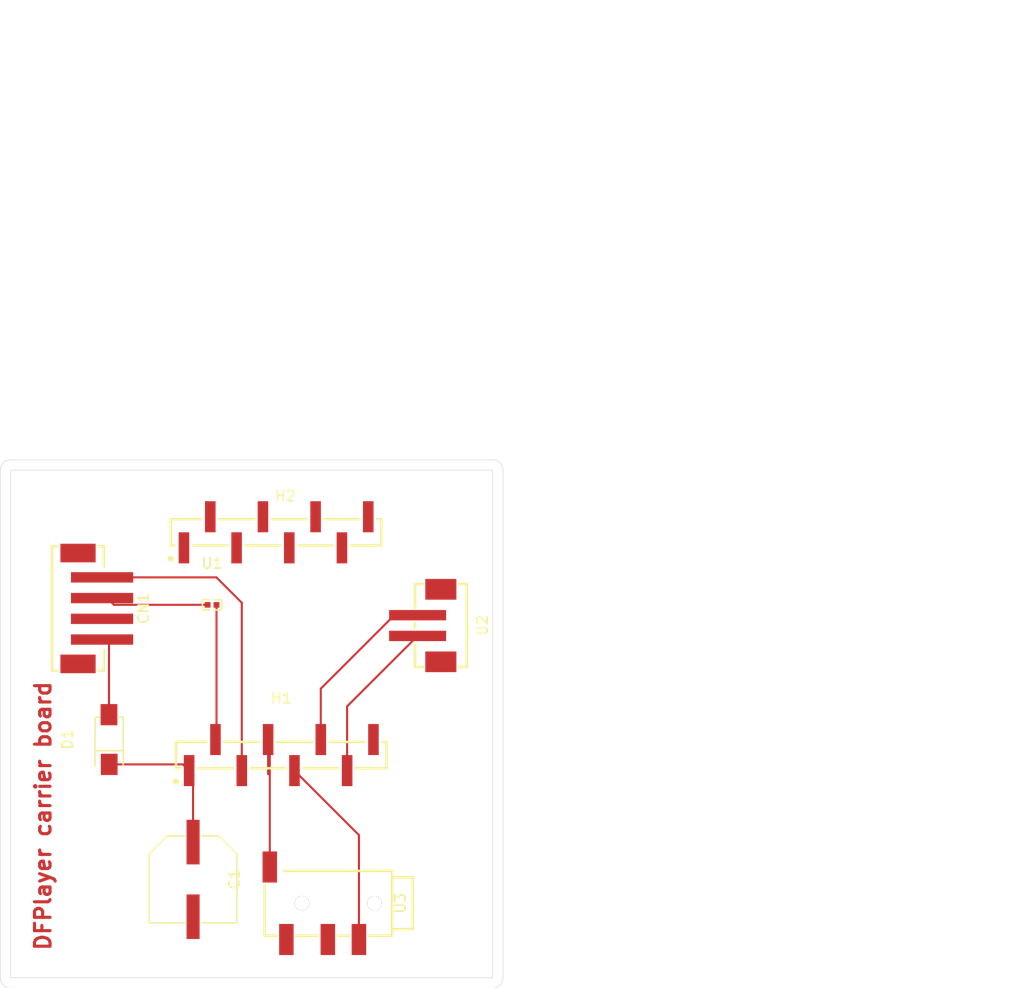
<source format=kicad_pcb>
(kicad_pcb (version 20241229) (generator "pcbnew") (generator_version "9.0")
  (layers (0 "F.Cu" signal) (2 "B.Cu" signal) (13 "F.Paste" user) (15 "B.Paste" user) (5 "F.SilkS" user "F.Silkscreen") (7 "B.SilkS" user "B.Silkscreen") (1 "F.Mask" user) (3 "B.Mask" user) (25 "Edge.Cuts" user))
  (net 0 "")
  (net 1 "footprint-_4-0")
  (net 2 "df_header_right-_5")
  (net 3 "footprint-_6")
  (net 4 "df_header_right-_4")
  (net 5 "df_header_right-_2")
  (net 6 "footprint-_3-1")
  (net 7 "footprint-_5")
  (net 8 "df_header_right-_3")
  (net 9 "df_header_right-_1")
  (net 10 "df_header_left-_2-2")
  (net 11 "gnd")
  (net 12 "df_header_left-_1-1")
  (net 13 "v_in_5v")
  (net 14 "footprint-_4-1")
  (net 15 "df_header_left-_2-1")
  (net 16 "v_dfplayer")
  (net 17 "df_header_left-_3")
  (net 18 "_7")
  (net 19 "df_header_left-_1-0")
  (net 20 "df_header_right-_6")
  (net 21 "net")
  (net 22 "df_header_left-_2-0")
  (net 23 "footprint-_3-0")
  (footprint "hanxia_HX_PM2_54_1x8P_TP_H8_5_ZQ:HDR-SMD_8P-P2.54-V-F-LS4.7" (layer "F.Cu") (at 152.61 81)
    (property "Reference" "H2" (at 0.89 -3.5 0) (layer "F.SilkS"))
    (property "Value" "")
    (fp_line (start -10.16 -1.27) (end -7.22 -1.27) (stroke (width 0.25)) (layer "F.SilkS"))
    (fp_line (start -10.16 1.27) (end -10.16 -1.27) (stroke (width 0.25)) (layer "F.SilkS"))
    (fp_line (start -9.75 1.27) (end -10.16 1.27) (stroke (width 0.25)) (layer "F.SilkS"))
    (fp_line (start -5.49 -1.27) (end -2.13 -1.27) (stroke (width 0.25)) (layer "F.SilkS"))
    (fp_line (start -4.67 1.27) (end -8.02 1.27) (stroke (width 0.25)) (layer "F.SilkS"))
    (fp_line (start -0.4 -1.27) (end 2.95 -1.27) (stroke (width 0.25)) (layer "F.SilkS"))
    (fp_line (start 0.4 1.27) (end -2.95 1.27) (stroke (width 0.25)) (layer "F.SilkS"))
    (fp_line (start 4.67 -1.27) (end 8.02 -1.27) (stroke (width 0.25)) (layer "F.SilkS"))
    (fp_line (start 5.49 1.27) (end 2.13 1.27) (stroke (width 0.25)) (layer "F.SilkS"))
    (fp_line (start 7.22 1.27) (end 10.15 1.27) (stroke (width 0.25)) (layer "F.SilkS"))
    (fp_line (start 10.15 -1.27) (end 9.75 -1.27) (stroke (width 0.25)) (layer "F.SilkS"))
    (fp_line (start 10.15 -1.27) (end 10.15 -0.51) (stroke (width 0.25)) (layer "F.SilkS"))
    (fp_line (start 10.15 -0.51) (end 10.15 1.27) (stroke (width 0.25)) (layer "F.SilkS"))
    (fp_circle (center -10.16 2.54) (end -10.01 2.54) (stroke (width 0.3)) (fill no) (layer "F.SilkS"))
    (pad "1" smd rect (at -8.89 1.5 180) (size 1.02 3) (layers "F.Cu" "F.Mask" "F.Paste") (net 9 "df_header_right-_1"))
    (pad "2" smd rect (at -6.35 -1.5 180) (size 1.02 3) (layers "F.Cu" "F.Mask" "F.Paste") (net 5 "df_header_right-_2"))
    (pad "3" smd rect (at -3.81 1.5 180) (size 1.02 3) (layers "F.Cu" "F.Mask" "F.Paste") (net 8 "df_header_right-_3"))
    (pad "4" smd rect (at -1.27 -1.5 180) (size 1.02 3) (layers "F.Cu" "F.Mask" "F.Paste") (net 4 "df_header_right-_4"))
    (pad "5" smd rect (at 1.27 1.5 180) (size 1.02 3) (layers "F.Cu" "F.Mask" "F.Paste") (net 2 "df_header_right-_5"))
    (pad "6" smd rect (at 3.81 -1.5 180) (size 1.02 3) (layers "F.Cu" "F.Mask" "F.Paste") (net 20 "df_header_right-_6"))
    (pad "7" smd rect (at 6.35 1.5 180) (size 1.02 3) (layers "F.Cu" "F.Mask" "F.Paste") (net 18 "_7"))
    (pad "8" smd rect (at 8.89 -1.5 180) (size 1.02 3) (layers "F.Cu" "F.Mask" "F.Paste") (net 11 "gnd"))
  )
  (footprint "JST_Sales_America_B4B_PH_SM4_TB_LF__SN:CONN-SMD_B4B-PH-SM4-TB-LF-SN" (layer "F.Cu") (at 134.66 88.35 -90)
    (property "Reference" "CN1" (at 0 -5.16 90) (layer "F.SilkS"))
    (property "Value" "")
    (fp_line (start -6 3.67) (end -6 3.09) (stroke (width 0.25)) (layer "F.SilkS"))
    (fp_line (start 6 3.67) (end -6 3.67) (stroke (width 0.25)) (layer "F.SilkS"))
    (fp_line (start 6 3.09) (end 6 3.67) (stroke (width 0.25)) (layer "F.SilkS"))
    (fp_line (start -6 -1.33) (end -6 -0.77) (stroke (width 0.25)) (layer "F.SilkS"))
    (fp_line (start -6 -1.33) (end -4 -1.33) (stroke (width 0.25)) (layer "F.SilkS"))
    (fp_line (start 4 -1.33) (end 6 -1.33) (stroke (width 0.25)) (layer "F.SilkS"))
    (fp_line (start 6 -1.33) (end 6 -0.77) (stroke (width 0.25)) (layer "F.SilkS"))
    (fp_text user "${REFERENCE}" (at 0 -5.16 90) (layer "F.SilkS"))
    (pad "1" smd rect (at 3 -1.16 90) (size 1 6) (layers "F.Cu" "F.Mask" "F.Paste") (net 13 "v_in_5v"))
    (pad "2" smd rect (at 1 -1.16 90) (size 1 6) (layers "F.Cu" "F.Mask" "F.Paste") (net 11 "gnd"))
    (pad "3" smd rect (at -1 -1.16 90) (size 1 6) (layers "F.Cu" "F.Mask" "F.Paste") (net 23 "footprint-_3-0"))
    (pad "4" smd rect (at -3 -1.16 90) (size 1 6) (layers "F.Cu" "F.Mask" "F.Paste") (net 17 "df_header_left-_3"))
    (pad "5" smd rect (at -5.35 1.16 270) (size 1.8 3.4) (layers "F.Cu" "F.Mask" "F.Paste") (net 7 "footprint-_5"))
    (pad "6" smd rect (at 5.35 1.16 270) (size 1.8 3.4) (layers "F.Cu" "F.Mask" "F.Paste") (net 3 "footprint-_6"))
  )
  (footprint "hongjiacheng_M1:SMA_L4.3-W2.6-LS5.0-RD" (layer "F.Cu") (at 136.5 101 90)
    (property "Reference" "D1" (at 0 -4.01 90) (layer "F.SilkS"))
    (property "Value" "")
    (fp_line (start -1.08 -1.36) (end -1.08 1.36) (stroke (width 0.15)) (layer "F.SilkS"))
    (fp_line (start -2.53 -1.36) (end 2.16 -1.35) (stroke (width 0.15)) (layer "F.SilkS"))
    (fp_line (start 2.16 -1.27) (end 2.16 -0.92) (stroke (width 0.15)) (layer "F.SilkS"))
    (fp_line (start 2.16 1.36) (end 2.16 1.01) (stroke (width 0.15)) (layer "F.SilkS"))
    (fp_line (start -2.5 1.36) (end 2.16 1.36) (stroke (width 0.15)) (layer "F.SilkS"))
    (fp_text user "${REFERENCE}" (at 0 -4.01 90) (layer "F.SilkS"))
    (pad "1" smd rect (at -2.4 0.01 90) (size 2.05 1.62) (layers "F.Cu" "F.Mask" "F.Paste") (net 16 "v_dfplayer"))
    (pad "2" smd rect (at 2.4 -0.01 270) (size 2.05 1.62) (layers "F.Cu" "F.Mask" "F.Paste") (net 13 "v_in_5v"))
  )
  (footprint "UNI_ROYAL_0402WGF1001TCE:R0402" (layer "F.Cu") (at 146.43 88)
    (property "Reference" "U1" (at 0 -4 0) (layer "F.SilkS"))
    (property "Value" "1kΩ ±1% 62.5mW")
    (fp_line (start -0.94 -0.5) (end -0.23 -0.5) (stroke (width 0.15)) (layer "F.SilkS"))
    (fp_line (start -0.94 0.5) (end -0.94 -0.5) (stroke (width 0.15)) (layer "F.SilkS"))
    (fp_line (start -0.23 0.5) (end -0.94 0.5) (stroke (width 0.15)) (layer "F.SilkS"))
    (fp_line (start 0.23 0.5) (end 0.94 0.5) (stroke (width 0.15)) (layer "F.SilkS"))
    (fp_line (start 0.94 -0.5) (end 0.23 -0.5) (stroke (width 0.15)) (layer "F.SilkS"))
    (fp_line (start 0.94 0.5) (end 0.94 -0.5) (stroke (width 0.15)) (layer "F.SilkS"))
    (fp_text user "${REFERENCE}" (at 0 -4 0) (layer "F.SilkS"))
    (pad "1" smd rect (at -0.43 0) (size 0.57 0.54) (layers "F.Cu" "F.Mask" "F.Paste") (net 23 "footprint-_3-0"))
    (pad "2" smd rect (at 0.43 0) (size 0.57 0.54) (layers "F.Cu" "F.Mask" "F.Paste") (net 22 "df_header_left-_2-0"))
  )
  (footprint "hanxia_HX_PM2_54_1x8P_TP_H8_5_ZQ:HDR-SMD_8P-P2.54-V-F-LS4.7" (layer "F.Cu") (at 153.11 102.5)
    (property "Reference" "H1" (at 0 -5.5 0) (layer "F.SilkS"))
    (property "Value" "")
    (fp_line (start -10.16 -1.27) (end -7.22 -1.27) (stroke (width 0.25)) (layer "F.SilkS"))
    (fp_line (start -10.16 1.27) (end -10.16 -1.27) (stroke (width 0.25)) (layer "F.SilkS"))
    (fp_line (start -9.75 1.27) (end -10.16 1.27) (stroke (width 0.25)) (layer "F.SilkS"))
    (fp_line (start -5.49 -1.27) (end -2.13 -1.27) (stroke (width 0.25)) (layer "F.SilkS"))
    (fp_line (start -4.67 1.27) (end -8.02 1.27) (stroke (width 0.25)) (layer "F.SilkS"))
    (fp_line (start -0.4 -1.27) (end 2.95 -1.27) (stroke (width 0.25)) (layer "F.SilkS"))
    (fp_line (start 0.4 1.27) (end -2.95 1.27) (stroke (width 0.25)) (layer "F.SilkS"))
    (fp_line (start 4.67 -1.27) (end 8.02 -1.27) (stroke (width 0.25)) (layer "F.SilkS"))
    (fp_line (start 5.49 1.27) (end 2.13 1.27) (stroke (width 0.25)) (layer "F.SilkS"))
    (fp_line (start 7.22 1.27) (end 10.15 1.27) (stroke (width 0.25)) (layer "F.SilkS"))
    (fp_line (start 10.15 -1.27) (end 9.75 -1.27) (stroke (width 0.25)) (layer "F.SilkS"))
    (fp_line (start 10.15 -1.27) (end 10.15 -0.51) (stroke (width 0.25)) (layer "F.SilkS"))
    (fp_line (start 10.15 -0.51) (end 10.15 1.27) (stroke (width 0.25)) (layer "F.SilkS"))
    (fp_circle (center -10.16 2.54) (end -10.01 2.54) (stroke (width 0.3)) (fill no) (layer "F.SilkS"))
    (fp_text user "${REFERENCE}" (at 0 -5.5 0) (layer "F.SilkS"))
    (pad "1" smd rect (at -8.89 1.5 180) (size 1.02 3) (layers "F.Cu" "F.Mask" "F.Paste") (net 16 "v_dfplayer"))
    (pad "2" smd rect (at -6.35 -1.5 180) (size 1.02 3) (layers "F.Cu" "F.Mask" "F.Paste") (net 22 "df_header_left-_2-0"))
    (pad "3" smd rect (at -3.81 1.5 180) (size 1.02 3) (layers "F.Cu" "F.Mask" "F.Paste") (net 17 "df_header_left-_3"))
    (pad "4" smd rect (at -1.27 -1.5 180) (size 1.02 3) (layers "F.Cu" "F.Mask" "F.Paste") (net 19 "df_header_left-_1-0"))
    (pad "5" smd rect (at 1.27 1.5 180) (size 1.02 3) (layers "F.Cu" "F.Mask" "F.Paste") (net 15 "df_header_left-_2-1"))
    (pad "6" smd rect (at 3.81 -1.5 180) (size 1.02 3) (layers "F.Cu" "F.Mask" "F.Paste") (net 12 "df_header_left-_1-1"))
    (pad "7" smd rect (at 6.35 1.5 180) (size 1.02 3) (layers "F.Cu" "F.Mask" "F.Paste") (net 10 "df_header_left-_2-2"))
    (pad "8" smd rect (at 8.89 -1.5 180) (size 1.02 3) (layers "F.Cu" "F.Mask" "F.Paste") (net 11 "gnd"))
  )
  (footprint "JST_Sales_America_B2B_PH_SM4_TBT_LF__SN:CONN-SMD_B2B-PH-SM4-TBT-LF-SN" (layer "F.Cu") (at 167.38 90 -90)
    (property "Reference" "U2" (at 0 -5.12 90) (layer "F.SilkS"))
    (property "Value" "")
    (fp_line (start -4 1.37) (end -1.73 1.37) (stroke (width 0.25)) (layer "F.SilkS"))
    (fp_line (start -0.27 1.37) (end 0.27 1.37) (stroke (width 0.25)) (layer "F.SilkS"))
    (fp_line (start 1.73 1.37) (end 4 1.37) (stroke (width 0.25)) (layer "F.SilkS"))
    (fp_line (start 4 1.37) (end 4 0.6) (stroke (width 0.25)) (layer "F.SilkS"))
    (fp_line (start -4 0.6) (end -4 1.37) (stroke (width 0.25)) (layer "F.SilkS"))
    (fp_line (start 4 -2.86) (end 4 -3.63) (stroke (width 0.25)) (layer "F.SilkS"))
    (fp_line (start -4 -3.63) (end -4 -2.86) (stroke (width 0.25)) (layer "F.SilkS"))
    (fp_line (start -4 -3.63) (end 4 -3.63) (stroke (width 0.25)) (layer "F.SilkS"))
    (fp_text user "${REFERENCE}" (at 0 -5.12 90) (layer "F.SilkS"))
    (pad "1" smd rect (at -1 1.12 270) (size 1 5.5) (layers "F.Cu" "F.Mask" "F.Paste") (net 12 "df_header_left-_1-1"))
    (pad "2" smd rect (at 1 1.12 270) (size 1 5.5) (layers "F.Cu" "F.Mask" "F.Paste") (net 10 "df_header_left-_2-2"))
    (pad "3" smd rect (at 3.5 -1.12 270) (size 2 3) (layers "F.Cu" "F.Mask" "F.Paste") (net 6 "footprint-_3-1"))
    (pad "4" smd rect (at -3.5 -1.12 270) (size 2 3) (layers "F.Cu" "F.Mask" "F.Paste") (net 1 "footprint-_4-0"))
  )
  (footprint "PANASONIC_EEEFK1A471AP:CAP-SMD_BD8.0-L8.3-W8.3-LS9.9-FD" (layer "F.Cu") (at 144.6 114.5 -90)
    (property "Reference" "C1" (at 0 -4 90) (layer "F.SilkS"))
    (property "Value" "")
    (fp_line (start -2.46 4.23) (end -4.2 2.49) (stroke (width 0.15)) (layer "F.SilkS"))
    (fp_line (start 4.2 4.23) (end -2.46 4.23) (stroke (width 0.15)) (layer "F.SilkS"))
    (fp_line (start -4.2 2.49) (end -4.2 0.78) (stroke (width 0.15)) (layer "F.SilkS"))
    (fp_line (start 4.2 0.78) (end 4.2 4.23) (stroke (width 0.15)) (layer "F.SilkS"))
    (fp_line (start 4.2 -0.78) (end 4.2 -4.23) (stroke (width 0.15)) (layer "F.SilkS"))
    (fp_line (start -4.2 -2.49) (end -4.2 -0.78) (stroke (width 0.15)) (layer "F.SilkS"))
    (fp_line (start -2.46 -4.23) (end -4.2 -2.49) (stroke (width 0.15)) (layer "F.SilkS"))
    (fp_line (start 4.2 -4.23) (end -2.46 -4.23) (stroke (width 0.15)) (layer "F.SilkS"))
    (fp_text user "${REFERENCE}" (at 0 -4 90) (layer "F.SilkS"))
    (pad "1" smd rect (at -3.6 0 270) (size 4.3 1.26) (layers "F.Cu" "F.Mask" "F.Paste") (net 16 "v_dfplayer"))
    (pad "2" smd rect (at 3.6 0 270) (size 4.3 1.26) (layers "F.Cu" "F.Mask" "F.Paste") (net 11 "gnd"))
  )
  (footprint "HanElectricity_PJ_320D:AUDIO-SMD_HANELECTRICITY_PJ-320D" (layer "F.Cu") (at 156.3 116.8 -90)
    (property "Reference" "U3" (at 0 -8.3 90) (layer "F.SilkS"))
    (property "Value" "")
    (fp_line (start 3.13 4.8) (end -1.77 4.8) (stroke (width 0.25)) (layer "F.SilkS"))
    (fp_line (start 3.13 3.63) (end 3.13 4.8) (stroke (width 0.25)) (layer "F.SilkS"))
    (fp_line (start 3.13 -0.37) (end 3.13 1.77) (stroke (width 0.25)) (layer "F.SilkS"))
    (fp_line (start 3.13 -3.37) (end 3.13 -2.23) (stroke (width 0.25)) (layer "F.SilkS"))
    (fp_line (start 3.13 -7.49) (end 3.13 -5.23) (stroke (width 0.25)) (layer "F.SilkS"))
    (fp_line (start -3.12 -7.5) (end -3.12 2.94) (stroke (width 0.25)) (layer "F.SilkS"))
    (fp_line (start 2.5 -7.5) (end 2.5 -9.5) (stroke (width 0.25)) (layer "F.SilkS"))
    (fp_line (start 3.13 -7.5) (end -3.12 -7.5) (stroke (width 0.25)) (layer "F.SilkS"))
    (fp_line (start -2.5 -9.5) (end -2.5 -7.5) (stroke (width 0.25)) (layer "F.SilkS"))
    (fp_line (start -2.5 -9.5) (end 2.5 -9.5) (stroke (width 0.25)) (layer "F.SilkS"))
    (fp_text user "${REFERENCE}" (at 0 -8.3 90) (layer "F.SilkS"))
    (pad "" thru_hole circle (at 0 -5.8 270) (size 1.4 1.4) (drill 1.4) (layers "*.Cu" "*.Mask") (net 21 "net"))
    (pad "" thru_hole circle (at 0 1.2 270) (size 1.4 1.4) (drill 1.4) (layers "*.Cu" "*.Mask") (net 21 "net"))
    (pad "1" smd rect (at -3.5 4.3 270) (size 3 1.4) (layers "F.Cu" "F.Mask" "F.Paste") (net 19 "df_header_left-_1-0"))
    (pad "2" smd rect (at 3.5 -4.3 270) (size 3 1.4) (layers "F.Cu" "F.Mask" "F.Paste") (net 15 "df_header_left-_2-1"))
    (pad "3" smd rect (at 3.5 -1.3 270) (size 3 1.4) (layers "F.Cu" "F.Mask" "F.Paste") (net 11 "gnd"))
    (pad "4" smd rect (at 3.5 2.7 270) (size 3 1.4) (layers "F.Cu" "F.Mask" "F.Paste") (net 14 "footprint-_4-1"))
  )
  (gr_line (start 126 124) (end 126 75) (stroke (width 0.05)) (layer "Edge.Cuts"))
  (gr_rect (start 127 75) (end 173.5 124) (stroke (width 0.05)) (fill no) (layer "Edge.Cuts"))
  (gr_line (start 173.5 125) (end 127 125) (stroke (width 0.05)) (layer "Edge.Cuts"))
  (gr_arc (start 127 125) (mid 126.292893 124.707107) (end 126 124) (stroke (width 0.05)) (layer "Edge.Cuts"))
  (gr_arc (start 126 75) (mid 126.292893 74.292893) (end 127 74) (stroke (width 0.05)) (layer "Edge.Cuts"))
  (gr_arc (start 174.5 124) (mid 174.207107 124.707107) (end 173.5 125) (stroke (width 0.05)) (layer "Edge.Cuts"))
  (gr_line (start 174.5 75) (end 174.5 124) (stroke (width 0.05)) (layer "Edge.Cuts"))
  (gr_line (start 127 74) (end 173.5 74) (stroke (width 0.05)) (layer "Edge.Cuts"))
  (gr_arc (start 173.5 74) (mid 174.207107 74.292893) (end 174.5 75) (stroke (width 0.05)) (layer "Edge.Cuts"))
  (gr_text "DFPlayer carrier board" (at 131 121.5 90) (layer "F.Cu") (effects (font (size 1.5 1.5) (thickness 0.3) (bold yes)) (justify left bottom)))
  (segment (start 159.46 97.8) (end 159.46 104) (width 0.2) (layer "F.Cu") (net 10))
  (segment (start 166.26 91) (end 159.46 97.8) (width 0.2) (layer "F.Cu") (net 10))
  (segment (start 164.01 89) (end 166.26 89) (width 0.2) (layer "F.Cu") (net 12))
  (segment (start 156.92 96.09) (end 164.01 89) (width 0.2) (layer "F.Cu") (net 12))
  (segment (start 156.92 101) (end 156.92 96.09) (width 0.2) (layer "F.Cu") (net 12))
  (segment (start 136.49 98.6) (end 136.49 91.52) (width 0.2) (layer "F.Cu") (net 13))
  (segment (start 136.49 91.52) (end 136.32 91.35) (width 0.2) (layer "F.Cu") (net 13))
  (segment (start 160.6 120.3) (end 160.6 110.22) (width 0.2) (layer "F.Cu") (net 15))
  (segment (start 160.6 110.22) (end 154.38 104) (width 0.2) (layer "F.Cu") (net 15))
  (segment (start 154.38 104) (end 154.802 104) (width 0.2) (layer "F.Cu") (net 15))
  (segment (start 136.51 103.4) (end 143.62 103.4) (width 0.2) (layer "F.Cu") (net 16))
  (segment (start 144.6 110.9) (end 144.6 104.38) (width 0.2) (layer "F.Cu") (net 16))
  (segment (start 144.6 104.38) (end 144.22 104) (width 0.2) (layer "F.Cu") (net 16))
  (segment (start 143.62 103.4) (end 144.22 104) (width 0.2) (layer "F.Cu") (net 16))
  (segment (start 149.3 87.8) (end 146.85 85.35) (width 0.2) (layer "F.Cu") (net 17))
  (segment (start 149.3 104) (end 149.3 87.8) (width 0.2) (layer "F.Cu") (net 17))
  (segment (start 146.85 85.35) (end 136.32 85.35) (width 0.2) (layer "F.Cu") (net 17))
  (segment (start 152 101.16) (end 151.84 101) (width 0.2) (layer "F.Cu") (net 19))
  (segment (start 151.84 104.34) (end 151.84 101) (width 0.2) (layer "F.Cu") (net 19))
  (segment (start 152 113.3) (end 152 101.16) (width 0.2) (layer "F.Cu") (net 19))
  (segment (start 146.86 88) (end 146.86 100.9) (width 0.2) (layer "F.Cu") (net 22))
  (segment (start 146.86 100.9) (end 146.76 101) (width 0.2) (layer "F.Cu") (net 22))
  (segment (start 136.97 88) (end 136.32 87.35) (width 0.2) (layer "F.Cu") (net 23))
  (segment (start 146 88) (end 136.97 88) (width 0.2) (layer "F.Cu") (net 23))
)
</source>
